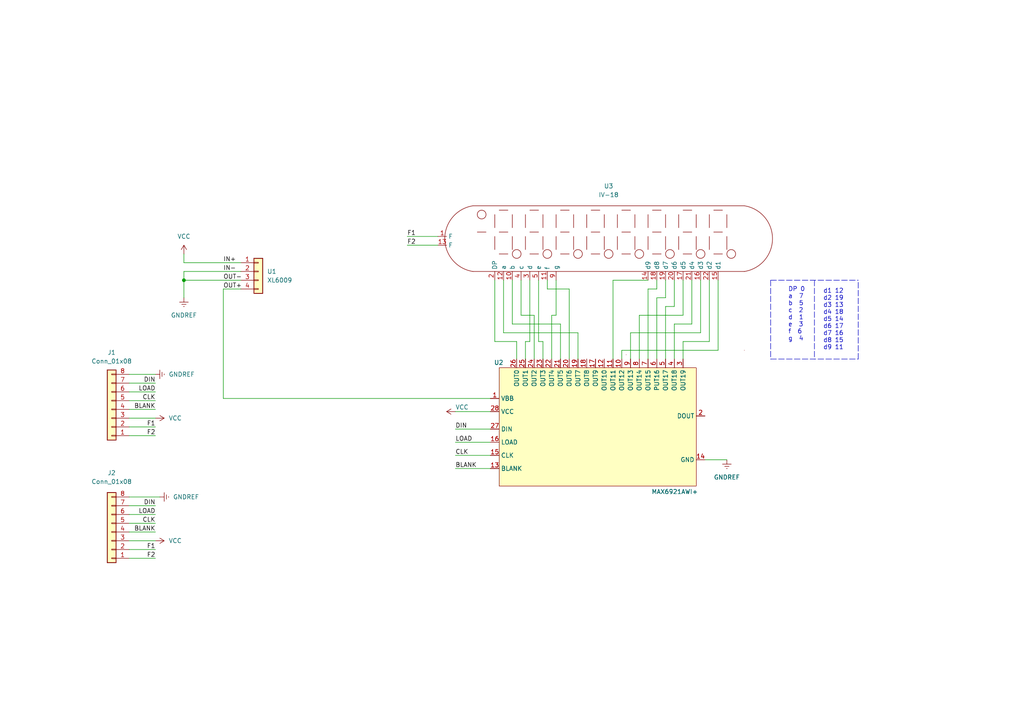
<source format=kicad_sch>
(kicad_sch (version 20211123) (generator eeschema)
  (paper "A4")
  (lib_symbols
    (symbol "Connector_Generic:Conn_01x04" (pin_names (offset 1.016) hide)
      (property "Reference" "J" (at 0 5.08 0))
      (property "Value" "Conn_01x04" (at 0 -7.62 0))
      (symbol "Conn_01x04_1_1"
        (rectangle (start -1.27 -4.953) (end 0 -5.207) (stroke (width 0.1524)))
        (rectangle (start -1.27 -2.413) (end 0 -2.667) (stroke (width 0.1524)))
        (rectangle (start -1.27 0.127) (end 0 -0.127) (stroke (width 0.1524)))
        (rectangle (start -1.27 2.667) (end 0 2.413) (stroke (width 0.1524)))
        (rectangle (start -1.27 3.81) (end 1.27 -6.35) (stroke (width 0.254)) (fill (type background)))
        (pin passive line (at -5.08 2.54 0) (length 3.81) (name "Pin_1") (number "1"))
        (pin passive line (at -5.08 0 0) (length 3.81) (name "Pin_2") (number "2"))
        (pin passive line (at -5.08 -2.54 0) (length 3.81) (name "Pin_3") (number "3"))
        (pin passive line (at -5.08 -5.08 0) (length 3.81) (name "Pin_4") (number "4"))
      )
    )
    (symbol "Connector_Generic:Conn_01x08" (pin_names (offset 1.016) hide)
      (property "Reference" "J" (at 0 10.16 0))
      (property "Value" "Conn_01x08" (at 0 -12.7 0))
      (symbol "Conn_01x08_1_1"
        (rectangle (start -1.27 -10.033) (end 0 -10.287) (stroke (width 0.1524)))
        (rectangle (start -1.27 -7.493) (end 0 -7.747) (stroke (width 0.1524)))
        (rectangle (start -1.27 -4.953) (end 0 -5.207) (stroke (width 0.1524)))
        (rectangle (start -1.27 -2.413) (end 0 -2.667) (stroke (width 0.1524)))
        (rectangle (start -1.27 0.127) (end 0 -0.127) (stroke (width 0.1524)))
        (rectangle (start -1.27 2.667) (end 0 2.413) (stroke (width 0.1524)))
        (rectangle (start -1.27 5.207) (end 0 4.953) (stroke (width 0.1524)))
        (rectangle (start -1.27 7.747) (end 0 7.493) (stroke (width 0.1524)))
        (rectangle (start -1.27 8.89) (end 1.27 -11.43) (stroke (width 0.254)) (fill (type background)))
        (pin passive line (at -5.08 7.62 0) (length 3.81) (name "Pin_1") (number "1"))
        (pin passive line (at -5.08 5.08 0) (length 3.81) (name "Pin_2") (number "2"))
        (pin passive line (at -5.08 2.54 0) (length 3.81) (name "Pin_3") (number "3"))
        (pin passive line (at -5.08 0 0) (length 3.81) (name "Pin_4") (number "4"))
        (pin passive line (at -5.08 -2.54 0) (length 3.81) (name "Pin_5") (number "5"))
        (pin passive line (at -5.08 -5.08 0) (length 3.81) (name "Pin_6") (number "6"))
        (pin passive line (at -5.08 -7.62 0) (length 3.81) (name "Pin_7") (number "7"))
        (pin passive line (at -5.08 -10.16 0) (length 3.81) (name "Pin_8") (number "8"))
      )
    )
    (symbol "power:GNDREF" (power) (pin_names (offset 0))
      (property "Value" "GNDREF" (at 0 -3.81 0))
      (symbol "GNDREF_0_1"
        (polyline (pts (xy -0.635 -1.905) (xy 0.635 -1.905)))
        (polyline (pts (xy -0.127 -2.54) (xy 0.127 -2.54)))
        (polyline (pts (xy 0 -1.27) (xy 0 0)))
        (polyline (pts (xy 1.27 -1.27) (xy -1.27 -1.27)))
      )
      (symbol "GNDREF_1_1"
        (pin power_in line (at 0 0 270) (length 0) hide (name "GNDREF") (number "1"))
      )
    )
    (symbol "power:VCC" (power) (pin_names (offset 0))
      (property "Value" "VCC" (at 0 3.81 0))
      (symbol "VCC_0_1"
        (polyline (pts (xy -0.762 1.27) (xy 0 2.54)))
        (polyline (pts (xy 0 0) (xy 0 2.54)))
        (polyline (pts (xy 0 2.54) (xy 0.762 1.27)))
      )
      (symbol "VCC_1_1"
        (pin power_in line (at 0 0 90) (length 0) hide (name "VCC") (number "1"))
      )
    )
    (symbol "vfd:IV-18"
      (property "Reference" "U" (at 0 0 0))
      (property "Value" "IV-18" (at 0 0 0))
      (symbol "IV-18_0_1"
        (arc (start -40.64 24.13) (mid -48.7943 14.605) (end -40.64 5.08))
        (circle (center -38.1 21.59) (radius 1.27))
        (circle (center -27.94 10.16) (radius 1.27))
        (circle (center -19.05 10.16) (radius 1.27))
        (circle (center -10.16 10.16) (radius 1.27))
        (circle (center -1.27 10.16) (radius 1.27))
        (polyline (pts (xy -40.64 24.13) (xy 38.1 24.13)))
        (polyline (pts (xy -36.83 16.51) (xy -39.37 16.51)))
        (polyline (pts (xy -34.29 15.24) (xy -34.29 11.43)))
        (polyline (pts (xy -34.29 21.59) (xy -34.29 17.78)))
        (polyline (pts (xy -33.02 10.16) (xy -30.48 10.16)))
        (polyline (pts (xy -33.02 16.51) (xy -30.48 16.51)))
        (polyline (pts (xy -33.02 22.86) (xy -30.48 22.86)))
        (polyline (pts (xy -29.21 15.24) (xy -29.21 11.43)))
        (polyline (pts (xy -29.21 21.59) (xy -29.21 17.78)))
        (polyline (pts (xy -25.4 15.24) (xy -25.4 11.43)))
        (polyline (pts (xy -25.4 21.59) (xy -25.4 17.78)))
        (polyline (pts (xy -24.13 10.16) (xy -21.59 10.16)))
        (polyline (pts (xy -24.13 16.51) (xy -21.59 16.51)))
        (polyline (pts (xy -24.13 22.86) (xy -21.59 22.86)))
        (polyline (pts (xy -20.32 15.24) (xy -20.32 11.43)))
        (polyline (pts (xy -20.32 21.59) (xy -20.32 17.78)))
        (polyline (pts (xy -16.51 15.24) (xy -16.51 11.43)))
        (polyline (pts (xy -16.51 21.59) (xy -16.51 17.78)))
        (polyline (pts (xy -15.24 10.16) (xy -12.7 10.16)))
        (polyline (pts (xy -15.24 16.51) (xy -12.7 16.51)))
        (polyline (pts (xy -15.24 22.86) (xy -12.7 22.86)))
        (polyline (pts (xy -11.43 15.24) (xy -11.43 11.43)))
        (polyline (pts (xy -11.43 21.59) (xy -11.43 17.78)))
        (polyline (pts (xy -7.62 15.24) (xy -7.62 11.43)))
        (polyline (pts (xy -7.62 21.59) (xy -7.62 17.78)))
        (polyline (pts (xy -6.35 10.16) (xy -3.81 10.16)))
        (polyline (pts (xy -6.35 16.51) (xy -3.81 16.51)))
        (polyline (pts (xy -6.35 22.86) (xy -3.81 22.86)))
        (polyline (pts (xy -2.54 15.24) (xy -2.54 11.43)))
        (polyline (pts (xy -2.54 21.59) (xy -2.54 17.78)))
        (polyline (pts (xy 1.27 15.24) (xy 1.27 11.43)))
        (polyline (pts (xy 1.27 21.59) (xy 1.27 17.78)))
        (polyline (pts (xy 2.54 10.16) (xy 5.08 10.16)))
        (polyline (pts (xy 2.54 16.51) (xy 5.08 16.51)))
        (polyline (pts (xy 2.54 22.86) (xy 5.08 22.86)))
        (polyline (pts (xy 6.35 15.24) (xy 6.35 11.43)))
        (polyline (pts (xy 6.35 21.59) (xy 6.35 17.78)))
        (polyline (pts (xy 10.16 15.24) (xy 10.16 11.43)))
        (polyline (pts (xy 10.16 21.59) (xy 10.16 17.78)))
        (polyline (pts (xy 11.43 10.16) (xy 13.97 10.16)))
        (polyline (pts (xy 11.43 16.51) (xy 13.97 16.51)))
        (polyline (pts (xy 11.43 22.86) (xy 13.97 22.86)))
        (polyline (pts (xy 15.24 15.24) (xy 15.24 11.43)))
        (polyline (pts (xy 15.24 21.59) (xy 15.24 17.78)))
        (polyline (pts (xy 19.05 15.24) (xy 19.05 11.43)))
        (polyline (pts (xy 19.05 21.59) (xy 19.05 17.78)))
        (polyline (pts (xy 20.32 10.16) (xy 22.86 10.16)))
        (polyline (pts (xy 20.32 16.51) (xy 22.86 16.51)))
        (polyline (pts (xy 20.32 22.86) (xy 22.86 22.86)))
        (polyline (pts (xy 24.13 15.24) (xy 24.13 11.43)))
        (polyline (pts (xy 24.13 21.59) (xy 24.13 17.78)))
        (polyline (pts (xy 27.94 15.24) (xy 27.94 11.43)))
        (polyline (pts (xy 27.94 21.59) (xy 27.94 17.78)))
        (polyline (pts (xy 29.21 10.16) (xy 31.75 10.16)))
        (polyline (pts (xy 29.21 16.51) (xy 31.75 16.51)))
        (polyline (pts (xy 29.21 22.86) (xy 31.75 22.86)))
        (polyline (pts (xy 33.02 15.24) (xy 33.02 11.43)))
        (polyline (pts (xy 33.02 21.59) (xy 33.02 17.78)))
        (polyline (pts (xy 38.1 5.08) (xy -40.64 5.08)))
        (circle (center 7.62 10.16) (radius 1.27))
        (circle (center 16.51 10.16) (radius 1.27))
        (circle (center 25.4 10.16) (radius 1.27))
        (circle (center 34.29 10.16) (radius 1.27))
        (arc (start 38.1 5.08) (mid 46.2554 14.605) (end 38.1 24.13))
      )
      (symbol "IV-18_1_1"
        (pin passive line (at -50.8 15.24 0) (length 2.54) (name "F") (number "1"))
        (pin passive line (at -29.21 2.54 90) (length 2.54) (name "b") (number "10"))
        (pin passive line (at -19.05 2.54 90) (length 2.54) (name "f") (number "11"))
        (pin passive line (at -31.75 2.54 90) (length 2.54) (name "a") (number "12"))
        (pin passive line (at -50.8 12.7 0) (length 2.54) (name "F") (number "13"))
        (pin passive line (at 10.16 2.54 90) (length 2.54) (name "d9") (number "14"))
        (pin passive line (at 30.48 2.54 90) (length 2.54) (name "d1") (number "15"))
        (pin passive line (at 25.4 2.54 90) (length 2.54) (name "d3") (number "16"))
        (pin passive line (at 20.32 2.54 90) (length 2.54) (name "d5") (number "17"))
        (pin passive line (at 12.7 2.54 90) (length 2.54) (name "d8") (number "18"))
        (pin passive line (at 15.24 2.54 90) (length 2.54) (name "d7") (number "19"))
        (pin passive line (at -34.29 2.54 90) (length 2.54) (name "DP") (number "2"))
        (pin passive line (at 17.78 2.54 90) (length 2.54) (name "d6") (number "20"))
        (pin passive line (at 22.86 2.54 90) (length 2.54) (name "d4") (number "21"))
        (pin passive line (at 27.94 2.54 90) (length 2.54) (name "d2") (number "22"))
        (pin passive line (at -24.13 2.54 90) (length 2.54) (name "d") (number "3"))
        (pin passive line (at -26.67 2.54 90) (length 2.54) (name "c") (number "4"))
        (pin passive line (at -21.59 2.54 90) (length 2.54) (name "e") (number "5"))
        (pin passive line (at 40.64 17.78 180) (length 2.54) hide (name "NC") (number "6"))
        (pin passive line (at 40.64 15.24 180) (length 2.54) hide (name "NC") (number "7"))
        (pin passive line (at 40.64 12.7 180) (length 2.54) hide (name "NC") (number "8"))
        (pin passive line (at -16.51 2.54 90) (length 2.54) (name "g") (number "9"))
      )
    )
    (symbol "vfd:MAX6921AWI+"
      (property "Reference" "U" (at -27.94 35.56 0))
      (property "Value" "MAX6921AWI+" (at 22.86 -1.27 0))
      (symbol "MAX6921AWI+_0_1"
        (rectangle (start -27.94 34.29) (end 29.21 0) (fill (type background)))
        (rectangle (start 8.89 38.1) (end 8.89 38.1))
        (rectangle (start 43.18 39.37) (end 43.18 39.37))
      )
      (symbol "MAX6921AWI+_1_1"
        (pin passive line (at -30.48 25.4 0) (length 2.54) (name "VBB") (number "1"))
        (pin passive line (at 7.62 36.83 270) (length 2.54) (name "OUT12") (number "10"))
        (pin passive line (at 5.08 36.83 270) (length 2.54) (name "OUT11") (number "11"))
        (pin passive line (at 2.54 36.83 270) (length 2.54) (name "OUT10") (number "12"))
        (pin passive line (at -30.48 5.08 0) (length 2.54) (name "BLANK") (number "13"))
        (pin passive line (at 31.75 7.62 180) (length 2.54) (name "GND") (number "14"))
        (pin passive line (at -30.48 8.89 0) (length 2.54) (name "CLK") (number "15"))
        (pin passive line (at -30.48 12.7 0) (length 2.54) (name "LOAD") (number "16"))
        (pin passive line (at 0 36.83 270) (length 2.54) (name "OUT9") (number "17"))
        (pin passive line (at -2.54 36.83 270) (length 2.54) (name "OUT8") (number "18"))
        (pin passive line (at -5.08 36.83 270) (length 2.54) (name "OUT7") (number "19"))
        (pin passive line (at 31.75 20.32 180) (length 2.54) (name "DOUT") (number "2"))
        (pin passive line (at -7.62 36.83 270) (length 2.54) (name "OUT6") (number "20"))
        (pin passive line (at -10.16 36.83 270) (length 2.54) (name "OUT5") (number "21"))
        (pin passive line (at -12.7 36.83 270) (length 2.54) (name "OUT4") (number "22"))
        (pin passive line (at -15.24 36.83 270) (length 2.54) (name "OUT3") (number "23"))
        (pin passive line (at -17.78 36.83 270) (length 2.54) (name "OUT2") (number "24"))
        (pin passive line (at -20.32 36.83 270) (length 2.54) (name "OUT1") (number "25"))
        (pin passive line (at -22.86 36.83 270) (length 2.54) (name "OUT0") (number "26"))
        (pin passive line (at -30.48 16.51 0) (length 2.54) (name "DIN") (number "27"))
        (pin passive line (at -30.48 21.59 0) (length 2.54) (name "VCC") (number "28"))
        (pin passive line (at 25.4 36.83 270) (length 2.54) (name "OUT19") (number "3"))
        (pin passive line (at 22.86 36.83 270) (length 2.54) (name "OUT18") (number "4"))
        (pin passive line (at 20.32 36.83 270) (length 2.54) (name "OUT17") (number "5"))
        (pin passive line (at 17.78 36.83 270) (length 2.54) (name "PUT16") (number "6"))
        (pin passive line (at 15.24 36.83 270) (length 2.54) (name "OUT15") (number "7"))
        (pin passive line (at 12.7 36.83 270) (length 2.54) (name "OUT14") (number "8"))
        (pin passive line (at 10.16 36.83 270) (length 2.54) (name "OUT13") (number "9"))
      )
    )
  )
  (junction (at 53.34 81.28))
  (wire (pts (xy 185.42 91.44) (xy 185.42 104.14)))
  (wire (pts (xy 149.86 99.06) (xy 143.51 99.06)))
  (wire (pts (xy 200.66 93.98) (xy 195.58 93.98)))
  (wire (pts (xy 53.34 78.74) (xy 69.85 78.74)))
  (wire (pts (xy 148.59 93.98) (xy 162.56 93.98)))
  (wire (pts (xy 143.51 99.06) (xy 143.51 81.28)))
  (wire (pts (xy 195.58 93.98) (xy 195.58 104.14)))
  (wire (pts (xy 198.12 81.28) (xy 198.12 91.44)))
  (wire (pts (xy 37.465 116.205) (xy 45.085 116.205)))
  (wire (pts (xy 53.34 76.2) (xy 53.34 73.66)))
  (wire (pts (xy 177.8 81.28) (xy 187.96 81.28)))
  (wire (pts (xy 193.04 88.9) (xy 193.04 104.14)))
  (wire (pts (xy 64.77 115.57) (xy 64.77 83.82)))
  (wire (pts (xy 167.64 96.52) (xy 167.64 104.14)))
  (wire (pts (xy 142.24 115.57) (xy 64.77 115.57)))
  (wire (pts (xy 208.28 81.28) (xy 208.28 101.6)))
  (wire (pts (xy 37.465 151.765) (xy 45.085 151.765)))
  (wire (pts (xy 161.29 91.44) (xy 161.29 81.28)))
  (wire (pts (xy 132.08 124.46) (xy 142.24 124.46)))
  (wire (pts (xy 132.08 132.08) (xy 142.24 132.08)))
  (wire (pts (xy 37.465 144.145) (xy 46.355 144.145)))
  (wire (pts (xy 165.1 83.82) (xy 165.1 104.14)))
  (wire (pts (xy 198.12 99.06) (xy 205.74 99.06)))
  (wire (pts (xy 53.34 76.2) (xy 69.85 76.2)))
  (wire (pts (xy 205.74 99.06) (xy 205.74 81.28)))
  (wire (pts (xy 200.66 81.28) (xy 200.66 93.98)))
  (polyline (pts (xy 223.52 104.14) (xy 248.92 104.14)))
  (wire (pts (xy 37.465 161.925) (xy 45.085 161.925)))
  (wire (pts (xy 132.08 128.27) (xy 142.24 128.27)))
  (wire (pts (xy 198.12 104.14) (xy 198.12 99.06)))
  (wire (pts (xy 151.13 91.44) (xy 154.94 91.44)))
  (wire (pts (xy 177.8 81.28) (xy 177.8 104.14)))
  (wire (pts (xy 190.5 86.36) (xy 190.5 104.14)))
  (wire (pts (xy 37.465 108.585) (xy 45.085 108.585)))
  (polyline (pts (xy 223.52 81.28) (xy 248.92 81.28)))
  (wire (pts (xy 204.47 133.35) (xy 210.82 133.35)))
  (wire (pts (xy 156.21 81.28) (xy 156.21 99.06)))
  (wire (pts (xy 37.465 123.825) (xy 45.085 123.825)))
  (wire (pts (xy 146.05 81.28) (xy 146.05 96.52)))
  (wire (pts (xy 37.465 154.305) (xy 45.085 154.305)))
  (wire (pts (xy 162.56 93.98) (xy 162.56 104.14)))
  (wire (pts (xy 53.34 81.28) (xy 69.85 81.28)))
  (wire (pts (xy 195.58 81.28) (xy 195.58 88.9)))
  (wire (pts (xy 37.465 121.285) (xy 45.085 121.285)))
  (wire (pts (xy 161.29 91.44) (xy 160.02 91.44)))
  (wire (pts (xy 148.59 93.98) (xy 148.59 81.28)))
  (wire (pts (xy 37.465 126.365) (xy 45.085 126.365)))
  (wire (pts (xy 118.11 68.58) (xy 127 68.58)))
  (wire (pts (xy 37.465 156.845) (xy 45.085 156.845)))
  (wire (pts (xy 153.67 81.28) (xy 153.67 99.06)))
  (wire (pts (xy 157.48 99.06) (xy 157.48 104.14)))
  (polyline (pts (xy 236.22 81.28) (xy 236.22 104.14)))
  (wire (pts (xy 158.75 83.82) (xy 165.1 83.82)))
  (wire (pts (xy 37.465 146.685) (xy 45.085 146.685)))
  (wire (pts (xy 132.08 135.89) (xy 142.24 135.89)))
  (polyline (pts (xy 223.52 81.28) (xy 223.52 104.14)))
  (wire (pts (xy 160.02 91.44) (xy 160.02 104.14)))
  (wire (pts (xy 195.58 88.9) (xy 193.04 88.9)))
  (wire (pts (xy 156.21 99.06) (xy 157.48 99.06)))
  (wire (pts (xy 37.465 113.665) (xy 45.085 113.665)))
  (wire (pts (xy 132.08 119.38) (xy 142.24 119.38)))
  (wire (pts (xy 185.42 91.44) (xy 198.12 91.44)))
  (wire (pts (xy 118.11 71.12) (xy 127 71.12)))
  (wire (pts (xy 154.94 91.44) (xy 154.94 104.14)))
  (wire (pts (xy 37.465 111.125) (xy 45.085 111.125)))
  (wire (pts (xy 64.77 83.82) (xy 69.85 83.82)))
  (wire (pts (xy 37.465 149.225) (xy 45.085 149.225)))
  (wire (pts (xy 152.4 104.14) (xy 152.4 99.06)))
  (wire (pts (xy 158.75 83.82) (xy 158.75 81.28)))
  (polyline (pts (xy 248.92 104.14) (xy 248.92 81.28)))
  (wire (pts (xy 37.465 159.385) (xy 45.085 159.385)))
  (wire (pts (xy 53.34 81.28) (xy 53.34 86.36)))
  (wire (pts (xy 193.04 86.36) (xy 190.5 86.36)))
  (wire (pts (xy 193.04 81.28) (xy 193.04 86.36)))
  (wire (pts (xy 146.05 96.52) (xy 167.64 96.52)))
  (wire (pts (xy 53.34 78.74) (xy 53.34 81.28)))
  (wire (pts (xy 190.5 83.82) (xy 187.96 83.82)))
  (wire (pts (xy 180.34 101.6) (xy 208.28 101.6)))
  (wire (pts (xy 187.96 83.82) (xy 187.96 104.14)))
  (wire (pts (xy 203.2 81.28) (xy 203.2 96.52)))
  (wire (pts (xy 152.4 99.06) (xy 153.67 99.06)))
  (wire (pts (xy 190.5 81.28) (xy 190.5 83.82)))
  (wire (pts (xy 182.88 96.52) (xy 182.88 104.14)))
  (wire (pts (xy 149.86 104.14) (xy 149.86 99.06)))
  (wire (pts (xy 182.88 96.52) (xy 203.2 96.52)))
  (wire (pts (xy 151.13 81.28) (xy 151.13 91.44)))
  (wire (pts (xy 180.34 101.6) (xy 180.34 104.14)))
  (wire (pts (xy 37.465 118.745) (xy 45.085 118.745)))
  (text "d1 12\nd2 19\nd3 13\nd4 18\nd5 14\nd6 17\nd7 16\nd8 15\nd9 11" (at 238.76 101.6 0) (effects (font (size 1.27 1.27)) (justify left bottom)))
  (text "DP 0\na  7\nb  5\nc  2\nd  1\ne  3\nf  6\ng  4\n" (at 228.6 99.06 0) (effects (font (size 1.27 1.27)) (justify left bottom)))
  (label "F2" (at 45.085 161.925 180))
  (label "IN+" (at 64.77 76.2 0))
  (label "F2" (at 118.11 71.12 0))
  (label "BLANK" (at 45.085 154.305 180))
  (label "BLANK" (at 132.08 135.89 0))
  (label "LOAD" (at 45.085 149.225 180))
  (label "DIN" (at 45.085 146.685 180))
  (label "BLANK" (at 45.085 118.745 180))
  (label "CLK" (at 132.08 132.08 0))
  (label "CLK" (at 45.085 151.765 180))
  (label "LOAD" (at 132.08 128.27 0))
  (label "IN-" (at 64.77 78.74 0))
  (label "F1" (at 45.085 123.825 180))
  (label "CLK" (at 45.085 116.205 180))
  (label "OUT+" (at 64.77 83.82 0))
  (label "DIN" (at 45.085 111.125 180))
  (label "F1" (at 45.085 159.385 180))
  (label "OUT-" (at 64.77 81.28 0))
  (label "LOAD" (at 45.085 113.665 180))
  (label "F2" (at 45.085 126.365 180))
  (label "F1" (at 118.11 68.58 0))
  (label "DIN" (at 132.08 124.46 0))
  (symbol (lib_id "power:VCC") (at 53.34 73.66 0) (unit 1)
    (property "Reference" "#PWR0103" (effects hide))
    (property "Value" "VCC" (at 53.34 68.58 0))
  )
  (symbol (lib_id "Connector_Generic:Conn_01x04") (at 74.93 78.74 0) (unit 1)
    (property "Reference" "U1" (at 77.47 78.7399 0) (effects (justify left)))
    (property "Value" "XL6009" (at 77.47 81.2799 0) (effects (justify left)))
    (property "Footprint" "vfd:XL6009" (effects hide))
  )
  (symbol (lib_id "power:GNDREF") (at 53.34 86.36 0) (unit 1)
    (property "Reference" "#PWR0102" (effects hide))
    (property "Value" "GNDREF" (at 53.34 91.44 0))
  )
  (symbol (lib_id "power:GNDREF") (at 46.355 144.145 90) (unit 1)
    (property "Reference" "#PWR0108" (effects hide))
    (property "Value" "GNDREF" (at 50.165 144.1449 90) (effects (justify right)))
  )
  (symbol (lib_id "vfd:IV-18") (at 177.8 83.82 0) (unit 1)
    (property "Reference" "U3" (at 176.5305 53.975 0))
    (property "Value" "IV-18" (at 176.5305 56.515 0))
    (property "Footprint" "vfd:IV-18_BOTTOM_VIEW" (effects hide))
  )
  (symbol (lib_id "power:VCC") (at 132.08 119.38 90) (unit 1)
    (property "Reference" "#PWR0105" (effects hide))
    (property "Value" "VCC" (at 132.08 118.11 90) (effects (justify right)))
  )
  (symbol (lib_id "power:GNDREF") (at 45.085 108.585 90) (unit 1)
    (property "Reference" "#PWR0107" (effects hide))
    (property "Value" "GNDREF" (at 48.895 108.5849 90) (effects (justify right)))
  )
  (symbol (lib_id "power:GNDREF") (at 210.82 133.35 0) (unit 1)
    (property "Reference" "#PWR0104" (effects hide))
    (property "Value" "GNDREF" (at 210.82 138.43 0))
  )
  (symbol (lib_id "Connector_Generic:Conn_01x08") (at 32.385 154.305 180) (unit 1)
    (property "Reference" "J2" (at 32.385 137.16 0))
    (property "Value" "Conn_01x08" (at 32.385 139.7 0))
    (property "Footprint" "Connector_PinHeader_2.54mm:PinHeader_1x08_P2.54mm_Horizontal" (effects hide))
  )
  (symbol (lib_id "Connector_Generic:Conn_01x08") (at 32.385 118.745 180) (unit 1)
    (property "Reference" "J1" (at 32.385 102.235 0))
    (property "Value" "Conn_01x08" (at 32.385 104.775 0))
    (property "Footprint" "Connector_PinHeader_2.54mm:PinHeader_1x08_P2.54mm_Horizontal" (effects hide))
  )
  (symbol (lib_id "power:VCC") (at 45.085 156.845 270) (unit 1)
    (property "Reference" "#PWR0106" (effects hide))
    (property "Value" "VCC" (at 48.895 156.8449 90) (effects (justify left)))
  )
  (symbol (lib_id "vfd:MAX6921AWI+") (at 172.72 140.97 0) (unit 1)
    (property "Reference" "U2" (at 144.653 105.156 0))
    (property "Value" "MAX6921AWI+" (at 195.707 142.621 0))
    (property "Footprint" "Package_SO:SOIC-28W_7.5x18.7mm_P1.27mm" (effects hide))
  )
  (symbol (lib_id "power:VCC") (at 45.085 121.285 270) (unit 1)
    (property "Reference" "#PWR0101" (effects hide))
    (property "Value" "VCC" (at 48.895 121.2849 90) (effects (justify left)))
  )
)
</source>
